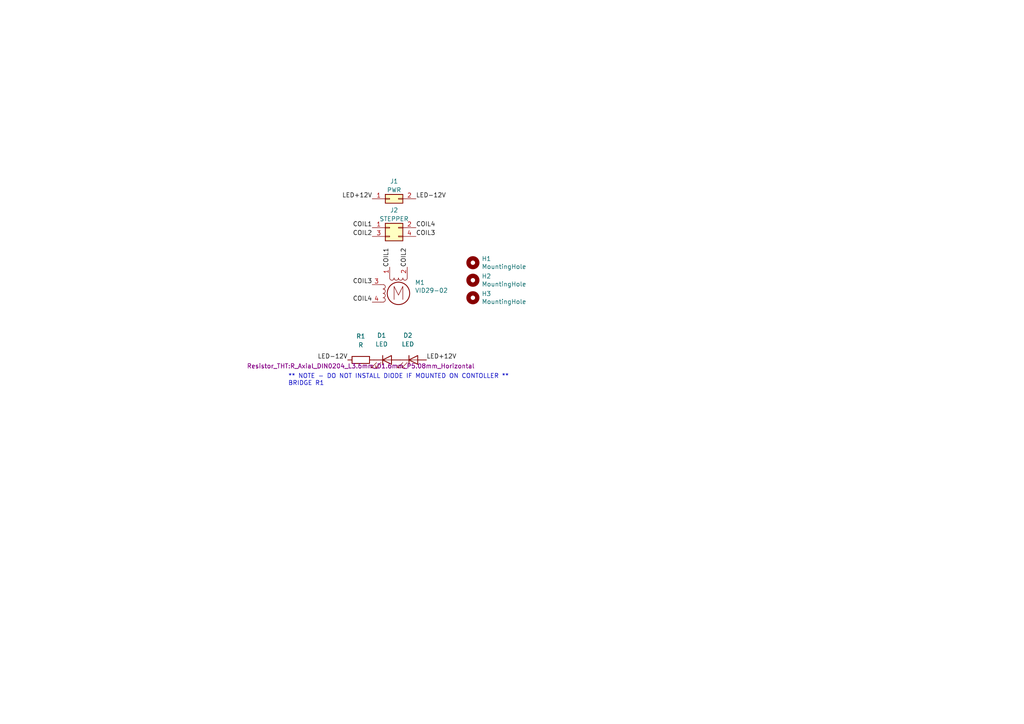
<source format=kicad_sch>
(kicad_sch (version 20211123) (generator eeschema)
  (paper "A4")
  (lib_symbols
    (symbol "Connector_Generic:Conn_02x01" (pin_names (offset 1.016) hide)
      (property "Reference" "J" (at 1.27 2.54 0))
      (property "Value" "Conn_02x01" (at 1.27 -2.54 0))
      (symbol "Conn_02x01_1_1"
        (rectangle (start -1.27 0.127) (end 0 -0.127) (stroke (width 0.1524)))
        (rectangle (start -1.27 1.27) (end 3.81 -1.27) (stroke (width 0.254)) (fill (type background)))
        (rectangle (start 3.81 0.127) (end 2.54 -0.127) (stroke (width 0.1524)))
        (pin passive line (at -5.08 0 0) (length 3.81) (name "Pin_1") (number "1"))
        (pin passive line (at 7.62 0 180) (length 3.81) (name "Pin_2") (number "2"))
      )
    )
    (symbol "Connector_Generic:Conn_02x02_Odd_Even" (pin_names (offset 1.016) hide)
      (property "Reference" "J" (at 1.27 2.54 0))
      (property "Value" "Conn_02x02_Odd_Even" (at 1.27 -5.08 0))
      (symbol "Conn_02x02_Odd_Even_1_1"
        (rectangle (start -1.27 -2.413) (end 0 -2.667) (stroke (width 0.1524)))
        (rectangle (start -1.27 0.127) (end 0 -0.127) (stroke (width 0.1524)))
        (rectangle (start -1.27 1.27) (end 3.81 -3.81) (stroke (width 0.254)) (fill (type background)))
        (rectangle (start 3.81 -2.413) (end 2.54 -2.667) (stroke (width 0.1524)))
        (rectangle (start 3.81 0.127) (end 2.54 -0.127) (stroke (width 0.1524)))
        (pin passive line (at -5.08 0 0) (length 3.81) (name "Pin_1") (number "1"))
        (pin passive line (at 7.62 0 180) (length 3.81) (name "Pin_2") (number "2"))
        (pin passive line (at -5.08 -2.54 0) (length 3.81) (name "Pin_3") (number "3"))
        (pin passive line (at 7.62 -2.54 180) (length 3.81) (name "Pin_4") (number "4"))
      )
    )
    (symbol "Device:LED" (pin_numbers hide) (pin_names (offset 1.016) hide)
      (property "Reference" "D" (at 0 2.54 0))
      (property "Value" "LED" (at 0 -2.54 0))
      (symbol "LED_0_1"
        (polyline (pts (xy -1.27 -1.27) (xy -1.27 1.27)) (stroke (width 0.254)))
        (polyline (pts (xy -1.27 0) (xy 1.27 0)))
        (polyline (pts (xy 1.27 -1.27) (xy 1.27 1.27) (xy -1.27 0) (xy 1.27 -1.27)) (stroke (width 0.254)))
        (polyline (pts (xy -3.048 -0.762) (xy -4.572 -2.286) (xy -3.81 -2.286) (xy -4.572 -2.286) (xy -4.572 -1.524)))
        (polyline (pts (xy -1.778 -0.762) (xy -3.302 -2.286) (xy -2.54 -2.286) (xy -3.302 -2.286) (xy -3.302 -1.524)))
      )
      (symbol "LED_1_1"
        (pin passive line (at -3.81 0 0) (length 2.54) (name "K") (number "1"))
        (pin passive line (at 3.81 0 180) (length 2.54) (name "A") (number "2"))
      )
    )
    (symbol "Device:R" (pin_numbers hide) (pin_names (offset 0))
      (property "Reference" "R" (at 2.032 0 90))
      (property "Value" "R" (at 0 0 90))
      (symbol "R_0_1"
        (rectangle (start -1.016 -2.54) (end 1.016 2.54) (stroke (width 0.254)))
      )
      (symbol "R_1_1"
        (pin passive line (at 0 3.81 270) (length 1.27) (name "~") (number "1"))
        (pin passive line (at 0 -3.81 90) (length 1.27) (name "~") (number "2"))
      )
    )
    (symbol "Mechanical:MountingHole" (pin_names (offset 1.016))
      (property "Reference" "H" (at 0 5.08 0))
      (property "Value" "MountingHole" (at 0 3.175 0))
      (symbol "MountingHole_0_1"
        (circle (center 0 0) (radius 1.27) (stroke (width 1.27)))
      )
    )
    (symbol "Motor:Stepper_Motor_bipolar" (pin_names (offset 0) hide)
      (property "Reference" "M" (at 3.81 2.54 0))
      (property "Value" "Stepper_Motor_bipolar" (at 3.81 1.27 0))
      (symbol "Stepper_Motor_bipolar_0_0"
        (polyline (pts (xy -1.27 -1.778) (xy -1.27 2.032) (xy 0 -0.508) (xy 1.27 2.032) (xy 1.27 -1.778)))
      )
      (symbol "Stepper_Motor_bipolar_0_1"
        (arc (start -4.445 -2.54) (mid -3.81 -1.905) (end -4.445 -1.27))
        (arc (start -4.445 -1.27) (mid -3.81 -0.635) (end -4.445 0))
        (arc (start -4.445 0) (mid -3.81 0.635) (end -4.445 1.27))
        (arc (start -4.445 1.27) (mid -3.81 1.905) (end -4.445 2.54))
        (arc (start -2.54 4.445) (mid -1.905 3.81) (end -1.27 4.445))
        (arc (start -1.27 4.445) (mid -0.635 3.81) (end 0 4.445))
        (polyline (pts (xy -5.08 -2.54) (xy -4.445 -2.54)))
        (polyline (pts (xy -5.08 2.54) (xy -4.445 2.54)))
        (polyline (pts (xy -2.54 5.08) (xy -2.54 4.445)))
        (polyline (pts (xy 2.54 5.08) (xy 2.54 4.445)))
        (circle (center 0 0) (radius 3.2512) (stroke (width 0.254)))
        (arc (start 0 4.445) (mid 0.635 3.81) (end 1.27 4.445))
        (arc (start 1.27 4.445) (mid 1.905 3.81) (end 2.54 4.445))
      )
      (symbol "Stepper_Motor_bipolar_1_1"
        (pin passive line (at -2.54 7.62 270) (length 2.54) (name "~") (number "1"))
        (pin passive line (at 2.54 7.62 270) (length 2.54) (name "-") (number "2"))
        (pin passive line (at -7.62 2.54 0) (length 2.54) (name "~") (number "3"))
        (pin passive line (at -7.62 -2.54 0) (length 2.54) (name "~") (number "4"))
      )
    )
  )
  (text "** NOTE - DO NOT INSTALL DIODE IF MOUNTED ON CONTOLLER **\nBRIDGE R1\n\n" (at 83.566 114.046 0) (effects (font (size 1.27 1.27)) (justify left bottom)))
  (label "COIL3" (at 107.95 82.55 180))
  (label "COIL4" (at 120.65 66.04 0))
  (label "LED+12V" (at 107.95 57.658 180))
  (label "COIL2" (at 118.11 77.47 90))
  (label "LED-12V" (at 100.838 104.394 180))
  (label "COIL1" (at 107.95 66.04 180))
  (label "COIL1" (at 113.03 77.47 90))
  (label "COIL3" (at 120.65 68.58 0))
  (label "COIL2" (at 107.95 68.58 180))
  (label "COIL4" (at 107.95 87.63 180))
  (label "LED+12V" (at 123.698 104.394 0))
  (label "LED-12V" (at 120.65 57.658 0))
  (symbol (lib_id "Device:R") (at 104.648 104.394 90) (unit 1)
    (property "Reference" "R1" (at 104.648 97.536 90))
    (property "Value" "R" (at 104.648 100.076 90))
    (property "Footprint" "Resistor_THT:R_Axial_DIN0204_L3.6mm_D1.6mm_P5.08mm_Horizontal" (at 104.648 106.172 90))
  )
  (symbol (lib_id "Device:LED") (at 112.268 104.394 0) (unit 1)
    (property "Reference" "D1" (at 110.6805 97.282 0))
    (property "Value" "LED" (at 110.6805 99.822 0))
    (property "Footprint" "LED_THT:LED_D3.0mm" (effects hide))
  )
  (symbol (lib_id "Motor:Stepper_Motor_bipolar") (at 115.57 85.09 0) (unit 1)
    (property "Reference" "M1" (at 120.3452 81.9404 0) (effects (justify left)))
    (property "Value" "VID29-02" (at 120.3452 84.2518 0) (effects (justify left)))
    (property "Footprint" "KiCAD Libraries:VID29-02" (effects hide))
    (property "Datasheet" "https://guy.carpenter.id.au/gaugette/resources/vid/20091026113525_VID29_manual_EN-080606.pdf" (effects hide))
  )
  (symbol (lib_id "Device:LED") (at 119.888 104.394 0) (unit 1)
    (property "Reference" "D2" (at 118.3005 97.282 0))
    (property "Value" "LED" (at 118.3005 99.822 0))
    (property "Footprint" "LED_THT:LED_D3.0mm" (effects hide))
  )
  (symbol (lib_id "Connector_Generic:Conn_02x02_Odd_Even") (at 113.03 66.04 0) (unit 1)
    (property "Reference" "J2" (at 114.3 60.96 0))
    (property "Value" "STEPPER" (at 114.3 63.5 0))
    (property "Footprint" "Connector_PinHeader_2.54mm:PinHeader_2x02_P2.54mm_Vertical" (effects hide))
  )
  (symbol (lib_id "Mechanical:MountingHole") (at 137.16 86.36 0) (unit 1)
    (property "Reference" "H3" (at 139.7 85.1916 0) (effects (justify left)))
    (property "Value" "MountingHole" (at 139.7 87.503 0) (effects (justify left)))
    (property "Footprint" "MountingHole:MountingHole_2.5mm" (effects hide))
  )
  (symbol (lib_id "Connector_Generic:Conn_02x01") (at 113.03 57.658 0) (unit 1)
    (property "Reference" "J1" (at 114.3 52.578 0))
    (property "Value" "PWR" (at 114.3 55.118 0))
    (property "Footprint" "Connector_PinHeader_2.54mm:PinHeader_2x01_P2.54mm_Vertical" (effects hide))
  )
  (symbol (lib_id "Mechanical:MountingHole") (at 137.16 81.28 0) (unit 1)
    (property "Reference" "H2" (at 139.7 80.1116 0) (effects (justify left)))
    (property "Value" "MountingHole" (at 139.7 82.423 0) (effects (justify left)))
    (property "Footprint" "MountingHole:MountingHole_2.5mm" (effects hide))
  )
  (symbol (lib_id "Mechanical:MountingHole") (at 137.16 76.2 0) (unit 1)
    (property "Reference" "H1" (at 139.7 75.0316 0) (effects (justify left)))
    (property "Value" "MountingHole" (at 139.7 77.343 0) (effects (justify left)))
    (property "Footprint" "MountingHole:MountingHole_2.5mm" (effects hide))
  )
)
</source>
